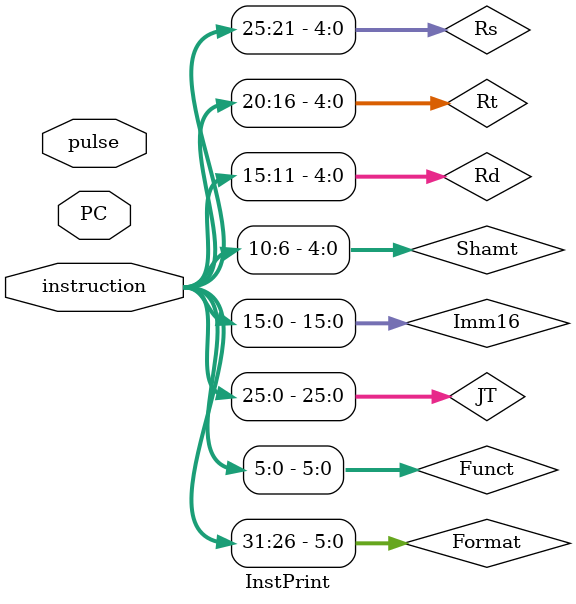
<source format=v>
`timescale 1ns / 1ps
module InstPrint(
    input wire[31:0] PC,
    input wire[31:0] instruction,
    input wire pulse
);
    wire[5:0] Format;
    wire[5:0] Funct;
    wire[25:0] JT;
    wire signed[15:0] Imm16;
    wire[4:0] Shamt;
    wire[4:0] Rd;
    wire[4:0] Rt;
    wire[4:0] Rs;

    assign Format = instruction[31:26];
    assign JT = instruction[25:0];
    assign Imm16 = instruction[15:0];
    assign Shamt = instruction[10:6];
    assign Rd = instruction[15:11];
    assign Rt = instruction[20:16];
    assign Rs = instruction[25:21];
    assign Funct = instruction[5:0];

    parameter FORMAT_R     = 6'b000000;
    parameter FORMAT_LW    = 6'b100011;
    parameter FORMAT_SW    = 6'b101011;
    parameter FORMAT_LUI   = 6'b001111;
    parameter FORMAT_ADDI  = 6'b001000;
    parameter FORMAT_ADDIU = 6'b001001;
    parameter FORMAT_ANDI  = 6'b001100;
    parameter FORMAT_SLTI  = 6'b001010;
    parameter FORMAT_SLTIU = 6'b001011;
    parameter FORMAT_BEQ   = 6'b000100;
    parameter FORMAT_BNE   = 6'b000101;
    parameter FORMAT_BLEZ  = 6'b000110;
    parameter FORMAT_BGTZ  = 6'b000111;
    parameter FORMAT_BLTZ  = 6'b000001;
    parameter FORMAT_J     = 6'b000010;
    parameter FORMAT_JAL   = 6'b000011;

    // For R-type instructions, look at funct (instr[5:0])
    parameter FUNCT_ADD = 6'b100000;
    parameter FUNCT_ADDU = 6'b100001;
    parameter FUNCT_SUB = 6'b100010;
    parameter FUNCT_SUBU = 6'b100011;
    parameter FUNCT_AND = 6'b100100;
    parameter FUNCT_OR = 6'b100101;
    parameter FUNCT_XOR = 6'b100110;
    parameter FUNCT_NOR = 6'b100111;
    parameter FUNCT_SLL = 6'b000000;
    parameter FUNCT_SRL = 6'b000010;
    parameter FUNCT_SRA = 6'b000011;
    parameter FUNCT_SLT = 6'b101010;
    parameter FUNCT_JR = 6'b001000;
    parameter FUNCT_JALR = 6'b001001;

    always @(posedge pulse) begin
        $display("-----------");
        $display("Instruction");
        $display("-----------");
        $display("  PC = %08x", PC);
        case (Format)
        FORMAT_LW:    $display("  lw");
        FORMAT_SW:    $display("  sw");
        FORMAT_LUI:   $display("  lui");
        FORMAT_ADDI:  $display("  addi");
        FORMAT_ADDIU: $display("  addiu");
        FORMAT_ANDI:  $display("  andi");
        FORMAT_SLTI:  $display("  slti");
        FORMAT_SLTIU: $display("  sltiu");
        FORMAT_BEQ:   $display("  beq");
        FORMAT_BNE:   $display("  bne");
        FORMAT_BLEZ:  $display("  blez");
        FORMAT_BGTZ:  $display("  bgtz");
        FORMAT_BLTZ:  $display("  bltz");
        FORMAT_J:     $display("  j");
        FORMAT_JAL:   $display("  jal");
        endcase

        if (Format == FORMAT_R) begin
            case (Funct)
                FUNCT_ADD:  $display("  add");
                FUNCT_ADDU: $display("  addu");
                FUNCT_SUB:  $display("  sub");
                FUNCT_SUBU: $display("  subu");
                FUNCT_AND:  $display("  and");
                FUNCT_OR:   $display("  or");
                FUNCT_XOR:  $display("  xor");
                FUNCT_NOR:  $display("  nor");
                FUNCT_SLL:  $display("  sll");
                FUNCT_SRL:  $display("  srl");
                FUNCT_SRA:  $display("  sra");
                FUNCT_SLT:  $display("  slt");
                FUNCT_JR:   $display("  jr");
                FUNCT_JALR: $display("  jalr");
            endcase
        end

        $display("  format = %06b (%d)", Format, Format);
        $display("  JT = %026b (%d)", JT, JT);
        $display("  Imm16 = %016b (%d)", Imm16, Imm16);
        $display("  Shamt = %05b (%d)", Shamt, Shamt);
        $display("  Rd = %05b (%d)", Rd, Rd);
        $display("  Rt = %05b (%d)", Rt, Rt);
        $display("  Rs = %05b (%d)", Rs, Rs);
        $display("");

    end

endmodule
</source>
